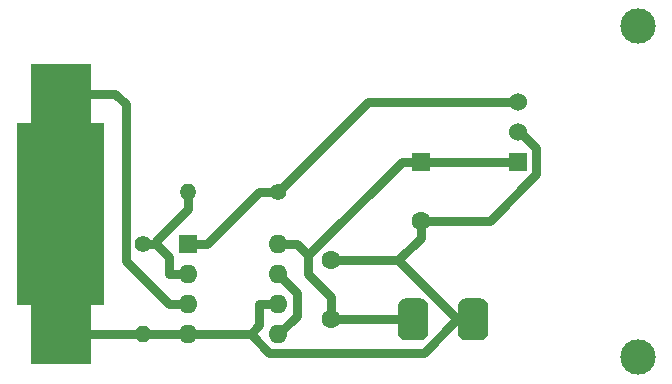
<source format=gbr>
%TF.GenerationSoftware,KiCad,Pcbnew,5.1.5+dfsg1-2build2*%
%TF.CreationDate,2020-09-04T09:29:52+02:00*%
%TF.ProjectId,amp-meter-dc,616d702d-6d65-4746-9572-2d64632e6b69,rev?*%
%TF.SameCoordinates,PX1dac6f8PY6049a88*%
%TF.FileFunction,Copper,L2,Bot*%
%TF.FilePolarity,Positive*%
%FSLAX46Y46*%
G04 Gerber Fmt 4.6, Leading zero omitted, Abs format (unit mm)*
G04 Created by KiCad (PCBNEW 5.1.5+dfsg1-2build2) date 2020-09-04 09:29:52*
%MOMM*%
%LPD*%
G04 APERTURE LIST*
%TA.AperFunction,WasherPad*%
%ADD10C,3.000000*%
%TD*%
%TA.AperFunction,ComponentPad*%
%ADD11R,1.524000X1.524000*%
%TD*%
%TA.AperFunction,ComponentPad*%
%ADD12C,1.524000*%
%TD*%
%TA.AperFunction,ComponentPad*%
%ADD13C,0.150000*%
%TD*%
%TA.AperFunction,ComponentPad*%
%ADD14R,1.600000X1.600000*%
%TD*%
%TA.AperFunction,ComponentPad*%
%ADD15C,1.600000*%
%TD*%
%TA.AperFunction,ComponentPad*%
%ADD16C,1.400000*%
%TD*%
%TA.AperFunction,ComponentPad*%
%ADD17O,1.400000X1.400000*%
%TD*%
%TA.AperFunction,ComponentPad*%
%ADD18O,1.600000X1.600000*%
%TD*%
%TA.AperFunction,Conductor*%
%ADD19C,0.800000*%
%TD*%
G04 APERTURE END LIST*
D10*
%TO.P,U2,*%
%TO.N,*%
X53340000Y2510000D03*
X53340000Y30510000D03*
D11*
%TO.P,U2,1*%
%TO.N,+12V*%
X43180000Y19050000D03*
D12*
%TO.P,U2,2*%
%TO.N,GND*%
X43180000Y21590000D03*
%TO.P,U2,3*%
%TO.N,Net-(R3-Pad1)*%
X43180000Y24130000D03*
%TD*%
%TA.AperFunction,ComponentPad*%
D13*
%TO.P,R1,2*%
%TO.N,GND*%
G36*
X746921Y14964509D02*
G01*
X752612Y14983268D01*
X761853Y15000557D01*
X774289Y15015711D01*
X789443Y15028147D01*
X806732Y15037388D01*
X825491Y15043079D01*
X845000Y15045000D01*
X8045000Y15045000D01*
X8064509Y15043079D01*
X8083268Y15037388D01*
X8100557Y15028147D01*
X8115711Y15015711D01*
X8128147Y15000557D01*
X8137388Y14983268D01*
X8143079Y14964509D01*
X8145000Y14945000D01*
X8145000Y6985000D01*
X8143079Y6965491D01*
X8137388Y6946732D01*
X8128147Y6929443D01*
X8115711Y6914289D01*
X8100557Y6901853D01*
X8083268Y6892612D01*
X8064509Y6886921D01*
X8045000Y6885000D01*
X6985000Y6885000D01*
X6985000Y1905000D01*
X1905000Y1905000D01*
X1905000Y6885000D01*
X845000Y6885000D01*
X825491Y6886921D01*
X806732Y6892612D01*
X789443Y6901853D01*
X774289Y6914289D01*
X761853Y6929443D01*
X752612Y6946732D01*
X746921Y6965491D01*
X745000Y6985000D01*
X745000Y14945000D01*
X746921Y14964509D01*
G37*
%TD.AperFunction*%
%TA.AperFunction,ComponentPad*%
%TO.P,R1,1*%
%TO.N,Net-(R1-Pad1)*%
G36*
X8143079Y14245491D02*
G01*
X8137388Y14226732D01*
X8128147Y14209443D01*
X8115711Y14194289D01*
X8100557Y14181853D01*
X8083268Y14172612D01*
X8064509Y14166921D01*
X8045000Y14165000D01*
X845000Y14165000D01*
X825491Y14166921D01*
X806732Y14172612D01*
X789443Y14181853D01*
X774289Y14194289D01*
X761853Y14209443D01*
X752612Y14226732D01*
X746921Y14245491D01*
X745000Y14265000D01*
X745000Y22225000D01*
X746921Y22244509D01*
X752612Y22263268D01*
X761853Y22280557D01*
X774289Y22295711D01*
X789443Y22308147D01*
X806732Y22317388D01*
X825491Y22323079D01*
X845000Y22325000D01*
X1905000Y22325000D01*
X1905000Y27305000D01*
X6985000Y27305000D01*
X6985000Y22325000D01*
X8045000Y22325000D01*
X8064509Y22323079D01*
X8083268Y22317388D01*
X8100557Y22308147D01*
X8115711Y22295711D01*
X8128147Y22280557D01*
X8137388Y22263268D01*
X8143079Y22244509D01*
X8145000Y22225000D01*
X8145000Y14265000D01*
X8143079Y14245491D01*
G37*
%TD.AperFunction*%
%TD*%
D14*
%TO.P,C1,1*%
%TO.N,+12V*%
X34925000Y19050000D03*
D15*
%TO.P,C1,2*%
%TO.N,GND*%
X34925000Y14050000D03*
%TD*%
%TO.P,C2,1*%
%TO.N,+12V*%
X27305000Y5715000D03*
%TO.P,C2,2*%
%TO.N,GND*%
X27305000Y10715000D03*
%TD*%
%TA.AperFunction,ComponentPad*%
D13*
%TO.P,J1,1*%
%TO.N,+12V*%
G36*
X34987241Y7481942D02*
G01*
X35048882Y7472799D01*
X35109331Y7457657D01*
X35168004Y7436664D01*
X35224337Y7410020D01*
X35277787Y7377983D01*
X35327840Y7340862D01*
X35374013Y7299013D01*
X35415862Y7252840D01*
X35452983Y7202787D01*
X35485020Y7149337D01*
X35511664Y7093004D01*
X35532657Y7034331D01*
X35547799Y6973882D01*
X35556942Y6912241D01*
X35560000Y6850000D01*
X35560000Y4580000D01*
X35556942Y4517759D01*
X35547799Y4456118D01*
X35532657Y4395669D01*
X35511664Y4336996D01*
X35485020Y4280663D01*
X35452983Y4227213D01*
X35415862Y4177160D01*
X35374013Y4130987D01*
X35327840Y4089138D01*
X35277787Y4052017D01*
X35224337Y4019980D01*
X35168004Y3993336D01*
X35109331Y3972343D01*
X35048882Y3957201D01*
X34987241Y3948058D01*
X34925000Y3945000D01*
X33655000Y3945000D01*
X33592759Y3948058D01*
X33531118Y3957201D01*
X33470669Y3972343D01*
X33411996Y3993336D01*
X33355663Y4019980D01*
X33302213Y4052017D01*
X33252160Y4089138D01*
X33205987Y4130987D01*
X33164138Y4177160D01*
X33127017Y4227213D01*
X33094980Y4280663D01*
X33068336Y4336996D01*
X33047343Y4395669D01*
X33032201Y4456118D01*
X33023058Y4517759D01*
X33020000Y4580000D01*
X33020000Y6850000D01*
X33023058Y6912241D01*
X33032201Y6973882D01*
X33047343Y7034331D01*
X33068336Y7093004D01*
X33094980Y7149337D01*
X33127017Y7202787D01*
X33164138Y7252840D01*
X33205987Y7299013D01*
X33252160Y7340862D01*
X33302213Y7377983D01*
X33355663Y7410020D01*
X33411996Y7436664D01*
X33470669Y7457657D01*
X33531118Y7472799D01*
X33592759Y7481942D01*
X33655000Y7485000D01*
X34925000Y7485000D01*
X34987241Y7481942D01*
G37*
%TD.AperFunction*%
%TA.AperFunction,ComponentPad*%
%TO.P,J1,2*%
%TO.N,GND*%
G36*
X40067241Y7481942D02*
G01*
X40128882Y7472799D01*
X40189331Y7457657D01*
X40248004Y7436664D01*
X40304337Y7410020D01*
X40357787Y7377983D01*
X40407840Y7340862D01*
X40454013Y7299013D01*
X40495862Y7252840D01*
X40532983Y7202787D01*
X40565020Y7149337D01*
X40591664Y7093004D01*
X40612657Y7034331D01*
X40627799Y6973882D01*
X40636942Y6912241D01*
X40640000Y6850000D01*
X40640000Y4580000D01*
X40636942Y4517759D01*
X40627799Y4456118D01*
X40612657Y4395669D01*
X40591664Y4336996D01*
X40565020Y4280663D01*
X40532983Y4227213D01*
X40495862Y4177160D01*
X40454013Y4130987D01*
X40407840Y4089138D01*
X40357787Y4052017D01*
X40304337Y4019980D01*
X40248004Y3993336D01*
X40189331Y3972343D01*
X40128882Y3957201D01*
X40067241Y3948058D01*
X40005000Y3945000D01*
X38735000Y3945000D01*
X38672759Y3948058D01*
X38611118Y3957201D01*
X38550669Y3972343D01*
X38491996Y3993336D01*
X38435663Y4019980D01*
X38382213Y4052017D01*
X38332160Y4089138D01*
X38285987Y4130987D01*
X38244138Y4177160D01*
X38207017Y4227213D01*
X38174980Y4280663D01*
X38148336Y4336996D01*
X38127343Y4395669D01*
X38112201Y4456118D01*
X38103058Y4517759D01*
X38100000Y4580000D01*
X38100000Y6850000D01*
X38103058Y6912241D01*
X38112201Y6973882D01*
X38127343Y7034331D01*
X38148336Y7093004D01*
X38174980Y7149337D01*
X38207017Y7202787D01*
X38244138Y7252840D01*
X38285987Y7299013D01*
X38332160Y7340862D01*
X38382213Y7377983D01*
X38435663Y7410020D01*
X38491996Y7436664D01*
X38550669Y7457657D01*
X38611118Y7472799D01*
X38672759Y7481942D01*
X38735000Y7485000D01*
X40005000Y7485000D01*
X40067241Y7481942D01*
G37*
%TD.AperFunction*%
%TD*%
D16*
%TO.P,R2,1*%
%TO.N,Net-(R2-Pad1)*%
X11430000Y12065000D03*
D17*
%TO.P,R2,2*%
%TO.N,GND*%
X11430000Y4445000D03*
%TD*%
%TO.P,R3,2*%
%TO.N,Net-(R2-Pad1)*%
X15240000Y16510000D03*
D16*
%TO.P,R3,1*%
%TO.N,Net-(R3-Pad1)*%
X22860000Y16510000D03*
%TD*%
D14*
%TO.P,U1,1*%
%TO.N,Net-(R3-Pad1)*%
X15240000Y12065000D03*
D18*
%TO.P,U1,5*%
%TO.N,Net-(U1-Pad5)*%
X22860000Y4445000D03*
%TO.P,U1,2*%
%TO.N,Net-(R2-Pad1)*%
X15240000Y9525000D03*
%TO.P,U1,6*%
%TO.N,GND*%
X22860000Y6985000D03*
%TO.P,U1,3*%
%TO.N,Net-(R1-Pad1)*%
X15240000Y6985000D03*
%TO.P,U1,7*%
%TO.N,Net-(U1-Pad5)*%
X22860000Y9525000D03*
%TO.P,U1,4*%
%TO.N,GND*%
X15240000Y4445000D03*
%TO.P,U1,8*%
%TO.N,+12V*%
X22860000Y12065000D03*
%TD*%
D19*
%TO.N,+12V*%
X25400000Y11125000D02*
X25400000Y9525000D01*
X25400000Y9525000D02*
X27305000Y7620000D01*
X27305000Y7620000D02*
X27305000Y5715000D01*
X24460000Y12065000D02*
X25400000Y11125000D01*
X33325000Y19050000D02*
X25400000Y11125000D01*
X34925000Y19050000D02*
X33325000Y19050000D01*
X22860000Y12065000D02*
X24460000Y12065000D01*
X34925000Y19050000D02*
X43180000Y19050000D01*
X34290000Y5715000D02*
X27305000Y5715000D01*
%TO.N,GND*%
X34925000Y14050000D02*
X40766700Y14050000D01*
X40766700Y14050000D02*
X44692400Y17975700D01*
X44692400Y17975700D02*
X44692400Y20198900D01*
X44692400Y20198900D02*
X43301300Y21590000D01*
X43301300Y21590000D02*
X43180000Y21590000D01*
X34925000Y14050000D02*
X34925000Y12592800D01*
X34925000Y12592800D02*
X33047200Y10715000D01*
X33047200Y10715000D02*
X27305000Y10715000D01*
X37959000Y5715000D02*
X37959000Y5803200D01*
X37959000Y5803200D02*
X33047200Y10715000D01*
X37959000Y5715000D02*
X39370000Y5715000D01*
X20527500Y4493900D02*
X22128300Y2893000D01*
X22128300Y2893000D02*
X35225200Y2893000D01*
X35225200Y2893000D02*
X37959000Y5626800D01*
X37959000Y5626800D02*
X37959000Y5715000D01*
X20527500Y4493900D02*
X20478600Y4445000D01*
X20478600Y4445000D02*
X16840000Y4445000D01*
X21260000Y6985000D02*
X21260000Y5226400D01*
X21260000Y5226400D02*
X20527500Y4493900D01*
X22860000Y6985000D02*
X21260000Y6985000D01*
X15240000Y4445000D02*
X16840000Y4445000D01*
X11430000Y4445000D02*
X15240000Y4445000D01*
X11430000Y4445000D02*
X4445000Y4445000D01*
%TO.N,Net-(R1-Pad1)*%
X9092200Y24765000D02*
X4445000Y24765000D01*
X9943600Y10681400D02*
X9943600Y23913600D01*
X9943600Y23913600D02*
X9092200Y24765000D01*
X13640000Y6985000D02*
X9943600Y10681400D01*
X15240000Y6985000D02*
X13640000Y6985000D01*
%TO.N,Net-(R2-Pad1)*%
X12535000Y12065000D02*
X12535000Y12305000D01*
X12535000Y12305000D02*
X15240000Y15010000D01*
X13640000Y9525000D02*
X13640000Y10960000D01*
X13640000Y10960000D02*
X12535000Y12065000D01*
X11430000Y12065000D02*
X12535000Y12065000D01*
X15240000Y16510000D02*
X15240000Y15010000D01*
X15240000Y9525000D02*
X13640000Y9525000D01*
%TO.N,Net-(R3-Pad1)*%
X22860000Y16510000D02*
X30480000Y24130000D01*
X30480000Y24130000D02*
X43180000Y24130000D01*
X16840000Y12065000D02*
X21285000Y16510000D01*
X21285000Y16510000D02*
X22860000Y16510000D01*
X15240000Y12065000D02*
X16840000Y12065000D01*
%TO.N,Net-(U1-Pad5)*%
X22860000Y9525000D02*
X24441400Y7943600D01*
X24441400Y7943600D02*
X24441400Y6026400D01*
X24441400Y6026400D02*
X22860000Y4445000D01*
%TD*%
M02*

</source>
